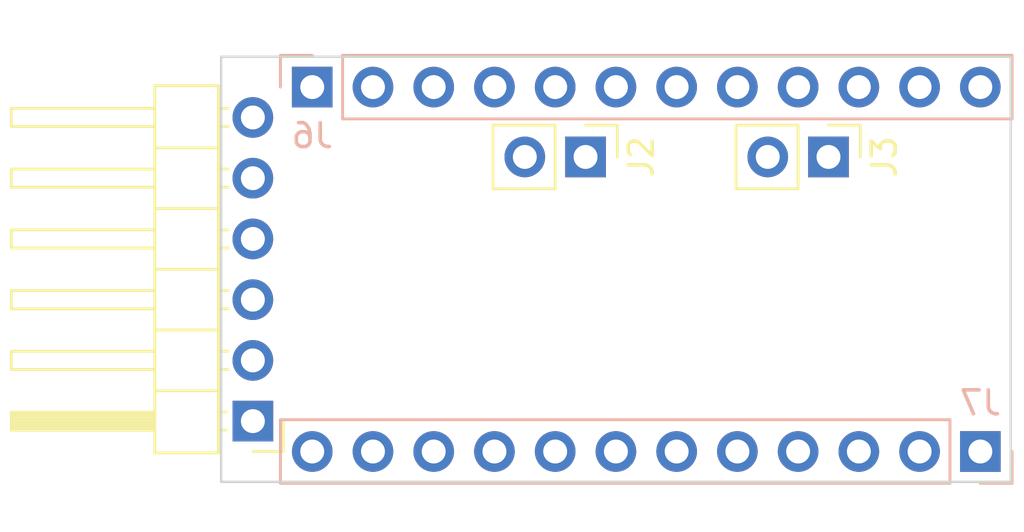
<source format=kicad_pcb>
(kicad_pcb (version 20221018) (generator pcbnew)
  (title_block (date "sam. 04 avril 2015"))
  (layers (0 "F.Cu" signal) (31 "B.Cu" signal) (34 "B.Paste" user) (35 "F.Paste" user) (36 "B.SilkS" user "B.Silkscreen") (37 "F.SilkS" user "F.Silkscreen") (38 "B.Mask" user) (39 "F.Mask" user) (44 "Edge.Cuts" user))
  (net 0 "")
  (net 1 "GND")
  (net 2 "/~{RESET}")
  (net 3 "VCC")
  (net 4 "/*D9")
  (net 5 "/D8")
  (net 6 "/D7")
  (net 7 "/*D6")
  (net 8 "/*D5")
  (net 9 "/D4")
  (net 10 "/A3")
  (net 11 "/A2")
  (net 12 "/A1")
  (net 13 "/A0")
  (net 14 "/A7")
  (net 15 "/A6")
  (net 16 "/D2")
  (net 17 "/*D3")
  (net 18 "/DTR")
  (net 19 "/TX")
  (net 20 "/RX")
  (net 21 "/SCL{slash}A5")
  (net 22 "/SDA{slash}A4")
  (net 23 "/SS{slash}*D10")
  (net 24 "/MOSI{slash}*D11")
  (net 25 "/MISO{slash}D12")
  (net 26 "/SCK{slash}D13")
  (net 27 "VDC")
  (footprint "Connector_PinHeader_2.54mm:PinHeader_1x02_P2.54mm_Vertical" (layer "F.Cu") (at 115.24 86.411 -90)
    (fp_text reference "J2" (at 0 -2.33 90) (layer "F.SilkS"))
    (fp_text value "I2C")
    (fp_line (start -1.33 -1.33) (end 0 -1.33) (stroke (width 0.12)) (layer "F.SilkS"))
    (fp_line (start -1.33 0) (end -1.33 -1.33) (stroke (width 0.12)) (layer "F.SilkS"))
    (fp_line (start -1.33 1.27) (end -1.33 3.87) (stroke (width 0.12)) (layer "F.SilkS"))
    (fp_line (start -1.33 1.27) (end 1.33 1.27) (stroke (width 0.12)) (layer "F.SilkS"))
    (fp_line (start -1.33 3.87) (end 1.33 3.87) (stroke (width 0.12)) (layer "F.SilkS"))
    (fp_line (start 1.33 1.27) (end 1.33 3.87) (stroke (width 0.12)) (layer "F.SilkS"))
    (pad "1" thru_hole rect (at 0 0 270) (size 1.7 1.7) (drill 1) (layers "*.Cu" "*.Mask") (net 22 "/SDA{slash}A4"))
    (pad "2" thru_hole oval (at 0 2.54 270) (size 1.7 1.7) (drill 1) (layers "*.Cu" "*.Mask") (net 21 "/SCL{slash}A5"))
  )
  (footprint "Connector_PinHeader_2.54mm:PinHeader_1x06_P2.54mm_Horizontal" (layer "F.Cu") (at 101.327 97.46 180)
    (fp_text reference "J1" hide)
    (fp_text value "FTDI")
    (fp_line (start -1.27 -1.27) (end 0 -1.27) (stroke (width 0.12)) (layer "F.SilkS"))
    (fp_line (start -1.27 0) (end -1.27 -1.27) (stroke (width 0.12)) (layer "F.SilkS"))
    (fp_line (start 1.042929 2.16) (end 1.44 2.16) (stroke (width 0.12)) (layer "F.SilkS"))
    (fp_line (start 1.042929 2.92) (end 1.44 2.92) (stroke (width 0.12)) (layer "F.SilkS"))
    (fp_line (start 1.042929 4.7) (end 1.44 4.7) (stroke (width 0.12)) (layer "F.SilkS"))
    (fp_line (start 1.042929 5.46) (end 1.44 5.46) (stroke (width 0.12)) (layer "F.SilkS"))
    (fp_line (start 1.042929 7.24) (end 1.44 7.24) (stroke (width 0.12)) (layer "F.SilkS"))
    (fp_line (start 1.042929 8) (end 1.44 8) (stroke (width 0.12)) (layer "F.SilkS"))
    (fp_line (start 1.042929 9.78) (end 1.44 9.78) (stroke (width 0.12)) (layer "F.SilkS"))
    (fp_line (start 1.042929 10.54) (end 1.44 10.54) (stroke (width 0.12)) (layer "F.SilkS"))
    (fp_line (start 1.042929 12.32) (end 1.44 12.32) (stroke (width 0.12)) (layer "F.SilkS"))
    (fp_line (start 1.042929 13.08) (end 1.44 13.08) (stroke (width 0.12)) (layer "F.SilkS"))
    (fp_line (start 1.11 -0.38) (end 1.44 -0.38) (stroke (width 0.12)) (layer "F.SilkS"))
    (fp_line (start 1.11 0.38) (end 1.44 0.38) (stroke (width 0.12)) (layer "F.SilkS"))
    (fp_line (start 1.44 -1.33) (end 1.44 14.03) (stroke (width 0.12)) (layer "F.SilkS"))
    (fp_line (start 1.44 1.27) (end 4.1 1.27) (stroke (width 0.12)) (layer "F.SilkS"))
    (fp_line (start 1.44 3.81) (end 4.1 3.81) (stroke (width 0.12)) (layer "F.SilkS"))
    (fp_line (start 1.44 6.35) (end 4.1 6.35) (stroke (width 0.12)) (layer "F.SilkS"))
    (fp_line (start 1.44 8.89) (end 4.1 8.89) (stroke (width 0.12)) (layer "F.SilkS"))
    (fp_line (start 1.44 11.43) (end 4.1 11.43) (stroke (width 0.12)) (layer "F.SilkS"))
    (fp_line (start 1.44 14.03) (end 4.1 14.03) (stroke (width 0.12)) (layer "F.SilkS"))
    (fp_line (start 4.1 -1.33) (end 1.44 -1.33) (stroke (width 0.12)) (layer "F.SilkS"))
    (fp_line (start 4.1 -0.38) (end 10.1 -0.38) (stroke (width 0.12)) (layer "F.SilkS"))
    (fp_line (start 4.1 -0.32) (end 10.1 -0.32) (stroke (width 0.12)) (layer "F.SilkS"))
    (fp_line (start 4.1 -0.2) (end 10.1 -0.2) (stroke (width 0.12)) (layer "F.SilkS"))
    (fp_line (start 4.1 -0.08) (end 10.1 -0.08) (stroke (width 0.12)) (layer "F.SilkS"))
    (fp_line (start 4.1 0.04) (end 10.1 0.04) (stroke (width 0.12)) (layer "F.SilkS"))
    (fp_line (start 4.1 0.16) (end 10.1 0.16) (stroke (width 0.12)) (layer "F.SilkS"))
    (fp_line (start 4.1 0.28) (end 10.1 0.28) (stroke (width 0.12)) (layer "F.SilkS"))
    (fp_line (start 4.1 2.16) (end 10.1 2.16) (stroke (width 0.12)) (layer "F.SilkS"))
    (fp_line (start 4.1 4.7) (end 10.1 4.7) (stroke (width 0.12)) (layer "F.SilkS"))
    (fp_line (start 4.1 7.24) (end 10.1 7.24) (stroke (width 0.12)) (layer "F.SilkS"))
    (fp_line (start 4.1 9.78) (end 10.1 9.78) (stroke (width 0.12)) (layer "F.SilkS"))
    (fp_line (start 4.1 12.32) (end 10.1 12.32) (stroke (width 0.12)) (layer "F.SilkS"))
    (fp_line (start 4.1 14.03) (end 4.1 -1.33) (stroke (width 0.12)) (layer "F.SilkS"))
    (fp_line (start 10.1 -0.38) (end 10.1 0.38) (stroke (width 0.12)) (layer "F.SilkS"))
    (fp_line (start 10.1 0.38) (end 4.1 0.38) (stroke (width 0.12)) (layer "F.SilkS"))
    (fp_line (start 10.1 2.16) (end 10.1 2.92) (stroke (width 0.12)) (layer "F.SilkS"))
    (fp_line (start 10.1 2.92) (end 4.1 2.92) (stroke (width 0.12)) (layer "F.SilkS"))
    (fp_line (start 10.1 4.7) (end 10.1 5.46) (stroke (width 0.12)) (layer "F.SilkS"))
    (fp_line (start 10.1 5.46) (end 4.1 5.46) (stroke (width 0.12)) (layer "F.SilkS"))
    (fp_line (start 10.1 7.24) (end 10.1 8) (stroke (width 0.12)) (layer "F.SilkS"))
    (fp_line (start 10.1 8) (end 4.1 8) (stroke (width 0.12)) (layer "F.SilkS"))
    (fp_line (start 10.1 9.78) (end 10.1 10.54) (stroke (width 0.12)) (layer "F.SilkS"))
    (fp_line (start 10.1 10.54) (end 4.1 10.54) (stroke (width 0.12)) (layer "F.SilkS"))
    (fp_line (start 10.1 12.32) (end 10.1 13.08) (stroke (width 0.12)) (layer "F.SilkS"))
    (fp_line (start 10.1 13.08) (end 4.1 13.08) (stroke (width 0.12)) (layer "F.SilkS"))
    (pad "1" thru_hole rect (at 0 0 180) (size 1.7 1.7) (drill 1) (layers "*.Cu" "*.Mask") (net 1 "GND"))
    (pad "2" thru_hole oval (at 0 2.54 180) (size 1.7 1.7) (drill 1) (layers "*.Cu" "*.Mask") (net 1 "GND"))
    (pad "3" thru_hole oval (at 0 5.08 180) (size 1.7 1.7) (drill 1) (layers "*.Cu" "*.Mask") (net 3 "VCC"))
    (pad "4" thru_hole oval (at 0 7.62 180) (size 1.7 1.7) (drill 1) (layers "*.Cu" "*.Mask") (net 20 "/RX"))
    (pad "5" thru_hole oval (at 0 10.16 180) (size 1.7 1.7) (drill 1) (layers "*.Cu" "*.Mask") (net 19 "/TX"))
    (pad "6" thru_hole oval (at 0 12.7 180) (size 1.7 1.7) (drill 1) (layers "*.Cu" "*.Mask") (net 18 "/DTR"))
  )
  (footprint "Connector_PinHeader_2.54mm:PinHeader_1x02_P2.54mm_Vertical" (layer "F.Cu") (at 125.4 86.411 -90)
    (fp_text reference "J3" (at 0 -2.33 90) (layer "F.SilkS"))
    (fp_text value "Analog")
    (fp_line (start -1.33 -1.33) (end 0 -1.33) (stroke (width 0.12)) (layer "F.SilkS"))
    (fp_line (start -1.33 0) (end -1.33 -1.33) (stroke (width 0.12)) (layer "F.SilkS"))
    (fp_line (start -1.33 1.27) (end -1.33 3.87) (stroke (width 0.12)) (layer "F.SilkS"))
    (fp_line (start -1.33 1.27) (end 1.33 1.27) (stroke (width 0.12)) (layer "F.SilkS"))
    (fp_line (start -1.33 3.87) (end 1.33 3.87) (stroke (width 0.12)) (layer "F.SilkS"))
    (fp_line (start 1.33 1.27) (end 1.33 3.87) (stroke (width 0.12)) (layer "F.SilkS"))
    (pad "1" thru_hole rect (at 0 0 270) (size 1.7 1.7) (drill 1) (layers "*.Cu" "*.Mask") (net 15 "/A6"))
    (pad "2" thru_hole oval (at 0 2.54 270) (size 1.7 1.7) (drill 1) (layers "*.Cu" "*.Mask") (net 14 "/A7"))
  )
  (footprint "Connector_PinHeader_2.54mm:PinHeader_1x12_P2.54mm_Vertical" (layer "B.Cu") (at 131.75 98.73 90)
    (fp_text reference "J7" (at 2.032 0 180) (layer "B.SilkS") (effects (justify mirror)))
    (fp_text value "Digital")
    (fp_line (start -1.33 -29.27) (end 1.33 -29.27) (stroke (width 0.12)) (layer "B.SilkS"))
    (fp_line (start -1.33 -1.27) (end -1.33 -29.27) (stroke (width 0.12)) (layer "B.SilkS"))
    (fp_line (start -1.33 -1.27) (end 1.33 -1.27) (stroke (width 0.12)) (layer "B.SilkS"))
    (fp_line (start -1.33 0) (end -1.33 1.33) (stroke (width 0.12)) (layer "B.SilkS"))
    (fp_line (start -1.33 1.33) (end 0 1.33) (stroke (width 0.12)) (layer "B.SilkS"))
    (fp_line (start 1.33 -1.27) (end 1.33 -29.27) (stroke (width 0.12)) (layer "B.SilkS"))
    (pad "1" thru_hole rect (at 0 0 90) (size 1.7 1.7) (drill 1) (layers "*.Cu" "*.Mask") (net 4 "/*D9"))
    (pad "2" thru_hole oval (at 0 -2.54 90) (size 1.7 1.7) (drill 1) (layers "*.Cu" "*.Mask") (net 5 "/D8"))
    (pad "3" thru_hole oval (at 0 -5.08 90) (size 1.7 1.7) (drill 1) (layers "*.Cu" "*.Mask") (net 6 "/D7"))
    (pad "4" thru_hole oval (at 0 -7.62 90) (size 1.7 1.7) (drill 1) (layers "*.Cu" "*.Mask") (net 7 "/*D6"))
    (pad "5" thru_hole oval (at 0 -10.16 90) (size 1.7 1.7) (drill 1) (layers "*.Cu" "*.Mask") (net 8 "/*D5"))
    (pad "6" thru_hole oval (at 0 -12.7 90) (size 1.7 1.7) (drill 1) (layers "*.Cu" "*.Mask") (net 9 "/D4"))
    (pad "7" thru_hole oval (at 0 -15.24 90) (size 1.7 1.7) (drill 1) (layers "*.Cu" "*.Mask") (net 17 "/*D3"))
    (pad "8" thru_hole oval (at 0 -17.78 90) (size 1.7 1.7) (drill 1) (layers "*.Cu" "*.Mask") (net 16 "/D2"))
    (pad "9" thru_hole oval (at 0 -20.32 90) (size 1.7 1.7) (drill 1) (layers "*.Cu" "*.Mask") (net 1 "GND"))
    (pad "10" thru_hole oval (at 0 -22.86 90) (size 1.7 1.7) (drill 1) (layers "*.Cu" "*.Mask") (net 2 "/~{RESET}"))
    (pad "11" thru_hole oval (at 0 -25.4 90) (size 1.7 1.7) (drill 1) (layers "*.Cu" "*.Mask") (net 20 "/RX"))
    (pad "12" thru_hole oval (at 0 -27.94 90) (size 1.7 1.7) (drill 1) (layers "*.Cu" "*.Mask") (net 19 "/TX"))
  )
  (footprint "Connector_PinHeader_2.54mm:PinHeader_1x12_P2.54mm_Vertical" (layer "B.Cu") (at 103.81 83.49 -90)
    (fp_text reference "J6" (at 2.032 0 180) (layer "B.SilkS") (effects (justify mirror)))
    (fp_text value "Analog")
    (fp_line (start -1.33 -29.27) (end 1.33 -29.27) (stroke (width 0.12)) (layer "B.SilkS"))
    (fp_line (start -1.33 -1.27) (end -1.33 -29.27) (stroke (width 0.12)) (layer "B.SilkS"))
    (fp_line (start -1.33 -1.27) (end 1.33 -1.27) (stroke (width 0.12)) (layer "B.SilkS"))
    (fp_line (start -1.33 0) (end -1.33 1.33) (stroke (width 0.12)) (layer "B.SilkS"))
    (fp_line (start -1.33 1.33) (end 0 1.33) (stroke (width 0.12)) (layer "B.SilkS"))
    (fp_line (start 1.33 -1.27) (end 1.33 -29.27) (stroke (width 0.12)) (layer "B.SilkS"))
    (pad "1" thru_hole rect (at 0 0 270) (size 1.7 1.7) (drill 1) (layers "*.Cu" "*.Mask") (net 27 "VDC"))
    (pad "2" thru_hole oval (at 0 -2.54 270) (size 1.7 1.7) (drill 1) (layers "*.Cu" "*.Mask") (net 1 "GND"))
    (pad "3" thru_hole oval (at 0 -5.08 270) (size 1.7 1.7) (drill 1) (layers "*.Cu" "*.Mask") (net 2 "/~{RESET}"))
    (pad "4" thru_hole oval (at 0 -7.62 270) (size 1.7 1.7) (drill 1) (layers "*.Cu" "*.Mask") (net 3 "VCC"))
    (pad "5" thru_hole oval (at 0 -10.16 270) (size 1.7 1.7) (drill 1) (layers "*.Cu" "*.Mask") (net 10 "/A3"))
    (pad "6" thru_hole oval (at 0 -12.7 270) (size 1.7 1.7) (drill 1) (layers "*.Cu" "*.Mask") (net 11 "/A2"))
    (pad "7" thru_hole oval (at 0 -15.24 270) (size 1.7 1.7) (drill 1) (layers "*.Cu" "*.Mask") (net 12 "/A1"))
    (pad "8" thru_hole oval (at 0 -17.78 270) (size 1.7 1.7) (drill 1) (layers "*.Cu" "*.Mask") (net 13 "/A0"))
    (pad "9" thru_hole oval (at 0 -20.32 270) (size 1.7 1.7) (drill 1) (layers "*.Cu" "*.Mask") (net 26 "/SCK{slash}D13"))
    (pad "10" thru_hole oval (at 0 -22.86 270) (size 1.7 1.7) (drill 1) (layers "*.Cu" "*.Mask") (net 25 "/MISO{slash}D12"))
    (pad "11" thru_hole oval (at 0 -25.4 270) (size 1.7 1.7) (drill 1) (layers "*.Cu" "*.Mask") (net 24 "/MOSI{slash}*D11"))
    (pad "12" thru_hole oval (at 0 -27.94 270) (size 1.7 1.7) (drill 1) (layers "*.Cu" "*.Mask") (net 23 "/SS{slash}*D10"))
  )
  (gr_rect (start 100 82.22) (end 133.02 100) (stroke (width 0.1)) (fill none) (layer "Edge.Cuts"))
)
</source>
